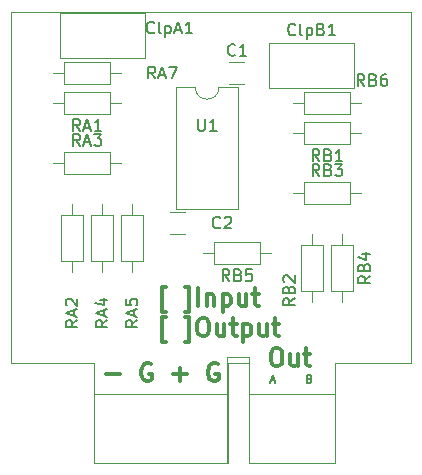
<source format=gbr>
%TF.GenerationSoftware,KiCad,Pcbnew,5.0.2-bee76a0~70~ubuntu16.04.1*%
%TF.CreationDate,2019-06-19T10:20:04+02:00*%
%TF.ProjectId,mixerin_output,6d697865-7269-46e5-9f6f-75747075742e,rev?*%
%TF.SameCoordinates,Original*%
%TF.FileFunction,Legend,Top*%
%TF.FilePolarity,Positive*%
%FSLAX46Y46*%
G04 Gerber Fmt 4.6, Leading zero omitted, Abs format (unit mm)*
G04 Created by KiCad (PCBNEW 5.0.2-bee76a0~70~ubuntu16.04.1) date Mi 19 Jun 2019 10:20:04 CEST*
%MOMM*%
%LPD*%
G01*
G04 APERTURE LIST*
%ADD10C,0.100000*%
%ADD11C,0.300000*%
%ADD12C,0.162500*%
%ADD13C,0.120000*%
%ADD14C,0.150000*%
G04 APERTURE END LIST*
D10*
X108915200Y-69850000D02*
X116230400Y-69850000D01*
X108915200Y-61350000D02*
X108915200Y-69850000D01*
X107137200Y-61350000D02*
X108915200Y-61350000D01*
X107137200Y-69850000D02*
X107137200Y-61350000D01*
X122682000Y-31623000D02*
X122682000Y-61350000D01*
X88773000Y-31623000D02*
X122682000Y-31623000D01*
X88773000Y-61350000D02*
X88773000Y-31623000D01*
X95808800Y-61350000D02*
X88773000Y-61350000D01*
X95808800Y-69850000D02*
X95808800Y-61350000D01*
X107111800Y-69850000D02*
X95808800Y-69850000D01*
X116230400Y-61350000D02*
X116230400Y-69850000D01*
X122682000Y-61350000D02*
X116230400Y-61350000D01*
D11*
X111145000Y-60138571D02*
X111430714Y-60138571D01*
X111573571Y-60210000D01*
X111716428Y-60352857D01*
X111787857Y-60638571D01*
X111787857Y-61138571D01*
X111716428Y-61424285D01*
X111573571Y-61567142D01*
X111430714Y-61638571D01*
X111145000Y-61638571D01*
X111002142Y-61567142D01*
X110859285Y-61424285D01*
X110787857Y-61138571D01*
X110787857Y-60638571D01*
X110859285Y-60352857D01*
X111002142Y-60210000D01*
X111145000Y-60138571D01*
X113073571Y-60638571D02*
X113073571Y-61638571D01*
X112430714Y-60638571D02*
X112430714Y-61424285D01*
X112502142Y-61567142D01*
X112645000Y-61638571D01*
X112859285Y-61638571D01*
X113002142Y-61567142D01*
X113073571Y-61495714D01*
X113573571Y-60638571D02*
X114145000Y-60638571D01*
X113787857Y-60138571D02*
X113787857Y-61424285D01*
X113859285Y-61567142D01*
X114002142Y-61638571D01*
X114145000Y-61638571D01*
D12*
X110804142Y-62846333D02*
X111113666Y-62846333D01*
X110742238Y-63032047D02*
X110958904Y-62382047D01*
X111175571Y-63032047D01*
X114085095Y-62691571D02*
X114177952Y-62722523D01*
X114208904Y-62753476D01*
X114239857Y-62815380D01*
X114239857Y-62908238D01*
X114208904Y-62970142D01*
X114177952Y-63001095D01*
X114116047Y-63032047D01*
X113868428Y-63032047D01*
X113868428Y-62382047D01*
X114085095Y-62382047D01*
X114147000Y-62413000D01*
X114177952Y-62443952D01*
X114208904Y-62505857D01*
X114208904Y-62567761D01*
X114177952Y-62629666D01*
X114147000Y-62660619D01*
X114085095Y-62691571D01*
X113868428Y-62691571D01*
D11*
X96885714Y-62337142D02*
X98028571Y-62337142D01*
X100671428Y-61480000D02*
X100528571Y-61408571D01*
X100314285Y-61408571D01*
X100100000Y-61480000D01*
X99957142Y-61622857D01*
X99885714Y-61765714D01*
X99814285Y-62051428D01*
X99814285Y-62265714D01*
X99885714Y-62551428D01*
X99957142Y-62694285D01*
X100100000Y-62837142D01*
X100314285Y-62908571D01*
X100457142Y-62908571D01*
X100671428Y-62837142D01*
X100742857Y-62765714D01*
X100742857Y-62265714D01*
X100457142Y-62265714D01*
X102528571Y-62337142D02*
X103671428Y-62337142D01*
X103100000Y-62908571D02*
X103100000Y-61765714D01*
X106314285Y-61480000D02*
X106171428Y-61408571D01*
X105957142Y-61408571D01*
X105742857Y-61480000D01*
X105600000Y-61622857D01*
X105528571Y-61765714D01*
X105457142Y-62051428D01*
X105457142Y-62265714D01*
X105528571Y-62551428D01*
X105600000Y-62694285D01*
X105742857Y-62837142D01*
X105957142Y-62908571D01*
X106100000Y-62908571D01*
X106314285Y-62837142D01*
X106385714Y-62765714D01*
X106385714Y-62265714D01*
X106100000Y-62265714D01*
X101945714Y-57053571D02*
X101588571Y-57053571D01*
X101588571Y-54910714D01*
X101945714Y-54910714D01*
X103517142Y-57053571D02*
X103874285Y-57053571D01*
X103874285Y-54910714D01*
X103517142Y-54910714D01*
X104660000Y-56553571D02*
X104660000Y-55053571D01*
X105374285Y-55553571D02*
X105374285Y-56553571D01*
X105374285Y-55696428D02*
X105445714Y-55625000D01*
X105588571Y-55553571D01*
X105802857Y-55553571D01*
X105945714Y-55625000D01*
X106017142Y-55767857D01*
X106017142Y-56553571D01*
X106731428Y-55553571D02*
X106731428Y-57053571D01*
X106731428Y-55625000D02*
X106874285Y-55553571D01*
X107160000Y-55553571D01*
X107302857Y-55625000D01*
X107374285Y-55696428D01*
X107445714Y-55839285D01*
X107445714Y-56267857D01*
X107374285Y-56410714D01*
X107302857Y-56482142D01*
X107160000Y-56553571D01*
X106874285Y-56553571D01*
X106731428Y-56482142D01*
X108731428Y-55553571D02*
X108731428Y-56553571D01*
X108088571Y-55553571D02*
X108088571Y-56339285D01*
X108160000Y-56482142D01*
X108302857Y-56553571D01*
X108517142Y-56553571D01*
X108660000Y-56482142D01*
X108731428Y-56410714D01*
X109231428Y-55553571D02*
X109802857Y-55553571D01*
X109445714Y-55053571D02*
X109445714Y-56339285D01*
X109517142Y-56482142D01*
X109660000Y-56553571D01*
X109802857Y-56553571D01*
X101945714Y-59603571D02*
X101588571Y-59603571D01*
X101588571Y-57460714D01*
X101945714Y-57460714D01*
X103517142Y-59603571D02*
X103874285Y-59603571D01*
X103874285Y-57460714D01*
X103517142Y-57460714D01*
X104945714Y-57603571D02*
X105231428Y-57603571D01*
X105374285Y-57675000D01*
X105517142Y-57817857D01*
X105588571Y-58103571D01*
X105588571Y-58603571D01*
X105517142Y-58889285D01*
X105374285Y-59032142D01*
X105231428Y-59103571D01*
X104945714Y-59103571D01*
X104802857Y-59032142D01*
X104660000Y-58889285D01*
X104588571Y-58603571D01*
X104588571Y-58103571D01*
X104660000Y-57817857D01*
X104802857Y-57675000D01*
X104945714Y-57603571D01*
X106874285Y-58103571D02*
X106874285Y-59103571D01*
X106231428Y-58103571D02*
X106231428Y-58889285D01*
X106302857Y-59032142D01*
X106445714Y-59103571D01*
X106660000Y-59103571D01*
X106802857Y-59032142D01*
X106874285Y-58960714D01*
X107374285Y-58103571D02*
X107945714Y-58103571D01*
X107588571Y-57603571D02*
X107588571Y-58889285D01*
X107660000Y-59032142D01*
X107802857Y-59103571D01*
X107945714Y-59103571D01*
X108445714Y-58103571D02*
X108445714Y-59603571D01*
X108445714Y-58175000D02*
X108588571Y-58103571D01*
X108874285Y-58103571D01*
X109017142Y-58175000D01*
X109088571Y-58246428D01*
X109160000Y-58389285D01*
X109160000Y-58817857D01*
X109088571Y-58960714D01*
X109017142Y-59032142D01*
X108874285Y-59103571D01*
X108588571Y-59103571D01*
X108445714Y-59032142D01*
X110445714Y-58103571D02*
X110445714Y-59103571D01*
X109802857Y-58103571D02*
X109802857Y-58889285D01*
X109874285Y-59032142D01*
X110017142Y-59103571D01*
X110231428Y-59103571D01*
X110374285Y-59032142D01*
X110445714Y-58960714D01*
X110945714Y-58103571D02*
X111517142Y-58103571D01*
X111160000Y-57603571D02*
X111160000Y-58889285D01*
X111231428Y-59032142D01*
X111374285Y-59103571D01*
X111517142Y-59103571D01*
D13*
X106410000Y-38040000D02*
G75*
G02X104410000Y-38040000I-1000000J0D01*
G01*
X104410000Y-38040000D02*
X102760000Y-38040000D01*
X102760000Y-38040000D02*
X102760000Y-48320000D01*
X102760000Y-48320000D02*
X108060000Y-48320000D01*
X108060000Y-48320000D02*
X108060000Y-38040000D01*
X108060000Y-38040000D02*
X106410000Y-38040000D01*
X116220000Y-64040000D02*
X116220000Y-69840000D01*
X108920000Y-64040000D02*
X108920000Y-69840000D01*
X108920000Y-69840000D02*
X116220000Y-69840000D01*
X116220000Y-64040000D02*
X108920000Y-64040000D01*
X95820000Y-69840000D02*
X95820000Y-64040000D01*
X107120000Y-69840000D02*
X95820000Y-69840000D01*
X107120000Y-64040000D02*
X107120000Y-69840000D01*
X95820000Y-64040000D02*
X107120000Y-64040000D01*
X108920000Y-60840000D02*
X108920000Y-64040000D01*
X107120000Y-60840000D02*
X108920000Y-60840000D01*
X107120000Y-64040000D02*
X107120000Y-60840000D01*
X95600000Y-52720000D02*
X97440000Y-52720000D01*
X97440000Y-52720000D02*
X97440000Y-48880000D01*
X97440000Y-48880000D02*
X95600000Y-48880000D01*
X95600000Y-48880000D02*
X95600000Y-52720000D01*
X96520000Y-53670000D02*
X96520000Y-52720000D01*
X96520000Y-47930000D02*
X96520000Y-48880000D01*
X98120000Y-44450000D02*
X97170000Y-44450000D01*
X92380000Y-44450000D02*
X93330000Y-44450000D01*
X97170000Y-43530000D02*
X93330000Y-43530000D01*
X97170000Y-45370000D02*
X97170000Y-43530000D01*
X93330000Y-45370000D02*
X97170000Y-45370000D01*
X93330000Y-43530000D02*
X93330000Y-45370000D01*
X93980000Y-53670000D02*
X93980000Y-52720000D01*
X93980000Y-47930000D02*
X93980000Y-48880000D01*
X94900000Y-52720000D02*
X94900000Y-48880000D01*
X93060000Y-52720000D02*
X94900000Y-52720000D01*
X93060000Y-48880000D02*
X93060000Y-52720000D01*
X94900000Y-48880000D02*
X93060000Y-48880000D01*
X99980000Y-48880000D02*
X98140000Y-48880000D01*
X98140000Y-48880000D02*
X98140000Y-52720000D01*
X98140000Y-52720000D02*
X99980000Y-52720000D01*
X99980000Y-52720000D02*
X99980000Y-48880000D01*
X99060000Y-47930000D02*
X99060000Y-48880000D01*
X99060000Y-53670000D02*
X99060000Y-52720000D01*
X117490000Y-42830000D02*
X117490000Y-40990000D01*
X117490000Y-40990000D02*
X113650000Y-40990000D01*
X113650000Y-40990000D02*
X113650000Y-42830000D01*
X113650000Y-42830000D02*
X117490000Y-42830000D01*
X118440000Y-41910000D02*
X117490000Y-41910000D01*
X112700000Y-41910000D02*
X113650000Y-41910000D01*
X113380000Y-55260000D02*
X115220000Y-55260000D01*
X115220000Y-55260000D02*
X115220000Y-51420000D01*
X115220000Y-51420000D02*
X113380000Y-51420000D01*
X113380000Y-51420000D02*
X113380000Y-55260000D01*
X114300000Y-56210000D02*
X114300000Y-55260000D01*
X114300000Y-50470000D02*
X114300000Y-51420000D01*
X112700000Y-46990000D02*
X113650000Y-46990000D01*
X118440000Y-46990000D02*
X117490000Y-46990000D01*
X113650000Y-47910000D02*
X117490000Y-47910000D01*
X113650000Y-46070000D02*
X113650000Y-47910000D01*
X117490000Y-46070000D02*
X113650000Y-46070000D01*
X117490000Y-47910000D02*
X117490000Y-46070000D01*
X116840000Y-56210000D02*
X116840000Y-55260000D01*
X116840000Y-50470000D02*
X116840000Y-51420000D01*
X117760000Y-55260000D02*
X117760000Y-51420000D01*
X115920000Y-55260000D02*
X117760000Y-55260000D01*
X115920000Y-51420000D02*
X115920000Y-55260000D01*
X117760000Y-51420000D02*
X115920000Y-51420000D01*
X109870000Y-52990000D02*
X109870000Y-51150000D01*
X109870000Y-51150000D02*
X106030000Y-51150000D01*
X106030000Y-51150000D02*
X106030000Y-52990000D01*
X106030000Y-52990000D02*
X109870000Y-52990000D01*
X110820000Y-52070000D02*
X109870000Y-52070000D01*
X105080000Y-52070000D02*
X106030000Y-52070000D01*
X93330000Y-38450000D02*
X93330000Y-40290000D01*
X93330000Y-40290000D02*
X97170000Y-40290000D01*
X97170000Y-40290000D02*
X97170000Y-38450000D01*
X97170000Y-38450000D02*
X93330000Y-38450000D01*
X92380000Y-39370000D02*
X93330000Y-39370000D01*
X98120000Y-39370000D02*
X97170000Y-39370000D01*
X108559000Y-37750000D02*
X107301000Y-37750000D01*
X108559000Y-35910000D02*
X107301000Y-35910000D01*
X103519000Y-48610000D02*
X102261000Y-48610000D01*
X103519000Y-50450000D02*
X102261000Y-50450000D01*
X100180000Y-35525000D02*
X92940000Y-35525000D01*
X100180000Y-31785000D02*
X92940000Y-31785000D01*
X100180000Y-35525000D02*
X100180000Y-31785000D01*
X92940000Y-35525000D02*
X92940000Y-31785000D01*
X117880000Y-34325000D02*
X117880000Y-38065000D01*
X110640000Y-34325000D02*
X110640000Y-38065000D01*
X110640000Y-38065000D02*
X117880000Y-38065000D01*
X110640000Y-34325000D02*
X117880000Y-34325000D01*
X92380000Y-36830000D02*
X93330000Y-36830000D01*
X98120000Y-36830000D02*
X97170000Y-36830000D01*
X93330000Y-37750000D02*
X97170000Y-37750000D01*
X93330000Y-35910000D02*
X93330000Y-37750000D01*
X97170000Y-35910000D02*
X93330000Y-35910000D01*
X97170000Y-37750000D02*
X97170000Y-35910000D01*
X113650000Y-38450000D02*
X113650000Y-40290000D01*
X113650000Y-40290000D02*
X117490000Y-40290000D01*
X117490000Y-40290000D02*
X117490000Y-38450000D01*
X117490000Y-38450000D02*
X113650000Y-38450000D01*
X112700000Y-39370000D02*
X113650000Y-39370000D01*
X118440000Y-39370000D02*
X117490000Y-39370000D01*
D14*
X104648095Y-40727380D02*
X104648095Y-41536904D01*
X104695714Y-41632142D01*
X104743333Y-41679761D01*
X104838571Y-41727380D01*
X105029047Y-41727380D01*
X105124285Y-41679761D01*
X105171904Y-41632142D01*
X105219523Y-41536904D01*
X105219523Y-40727380D01*
X106219523Y-41727380D02*
X105648095Y-41727380D01*
X105933809Y-41727380D02*
X105933809Y-40727380D01*
X105838571Y-40870238D01*
X105743333Y-40965476D01*
X105648095Y-41013095D01*
X94432380Y-57745238D02*
X93956190Y-58078571D01*
X94432380Y-58316666D02*
X93432380Y-58316666D01*
X93432380Y-57935714D01*
X93480000Y-57840476D01*
X93527619Y-57792857D01*
X93622857Y-57745238D01*
X93765714Y-57745238D01*
X93860952Y-57792857D01*
X93908571Y-57840476D01*
X93956190Y-57935714D01*
X93956190Y-58316666D01*
X94146666Y-57364285D02*
X94146666Y-56888095D01*
X94432380Y-57459523D02*
X93432380Y-57126190D01*
X94432380Y-56792857D01*
X93527619Y-56507142D02*
X93480000Y-56459523D01*
X93432380Y-56364285D01*
X93432380Y-56126190D01*
X93480000Y-56030952D01*
X93527619Y-55983333D01*
X93622857Y-55935714D01*
X93718095Y-55935714D01*
X93860952Y-55983333D01*
X94432380Y-56554761D01*
X94432380Y-55935714D01*
X94654761Y-42982380D02*
X94321428Y-42506190D01*
X94083333Y-42982380D02*
X94083333Y-41982380D01*
X94464285Y-41982380D01*
X94559523Y-42030000D01*
X94607142Y-42077619D01*
X94654761Y-42172857D01*
X94654761Y-42315714D01*
X94607142Y-42410952D01*
X94559523Y-42458571D01*
X94464285Y-42506190D01*
X94083333Y-42506190D01*
X95035714Y-42696666D02*
X95511904Y-42696666D01*
X94940476Y-42982380D02*
X95273809Y-41982380D01*
X95607142Y-42982380D01*
X95845238Y-41982380D02*
X96464285Y-41982380D01*
X96130952Y-42363333D01*
X96273809Y-42363333D01*
X96369047Y-42410952D01*
X96416666Y-42458571D01*
X96464285Y-42553809D01*
X96464285Y-42791904D01*
X96416666Y-42887142D01*
X96369047Y-42934761D01*
X96273809Y-42982380D01*
X95988095Y-42982380D01*
X95892857Y-42934761D01*
X95845238Y-42887142D01*
X96972380Y-57745238D02*
X96496190Y-58078571D01*
X96972380Y-58316666D02*
X95972380Y-58316666D01*
X95972380Y-57935714D01*
X96020000Y-57840476D01*
X96067619Y-57792857D01*
X96162857Y-57745238D01*
X96305714Y-57745238D01*
X96400952Y-57792857D01*
X96448571Y-57840476D01*
X96496190Y-57935714D01*
X96496190Y-58316666D01*
X96686666Y-57364285D02*
X96686666Y-56888095D01*
X96972380Y-57459523D02*
X95972380Y-57126190D01*
X96972380Y-56792857D01*
X96305714Y-56030952D02*
X96972380Y-56030952D01*
X95924761Y-56269047D02*
X96639047Y-56507142D01*
X96639047Y-55888095D01*
X99512380Y-57745238D02*
X99036190Y-58078571D01*
X99512380Y-58316666D02*
X98512380Y-58316666D01*
X98512380Y-57935714D01*
X98560000Y-57840476D01*
X98607619Y-57792857D01*
X98702857Y-57745238D01*
X98845714Y-57745238D01*
X98940952Y-57792857D01*
X98988571Y-57840476D01*
X99036190Y-57935714D01*
X99036190Y-58316666D01*
X99226666Y-57364285D02*
X99226666Y-56888095D01*
X99512380Y-57459523D02*
X98512380Y-57126190D01*
X99512380Y-56792857D01*
X98512380Y-55983333D02*
X98512380Y-56459523D01*
X98988571Y-56507142D01*
X98940952Y-56459523D01*
X98893333Y-56364285D01*
X98893333Y-56126190D01*
X98940952Y-56030952D01*
X98988571Y-55983333D01*
X99083809Y-55935714D01*
X99321904Y-55935714D01*
X99417142Y-55983333D01*
X99464761Y-56030952D01*
X99512380Y-56126190D01*
X99512380Y-56364285D01*
X99464761Y-56459523D01*
X99417142Y-56507142D01*
X114903333Y-44282380D02*
X114570000Y-43806190D01*
X114331904Y-44282380D02*
X114331904Y-43282380D01*
X114712857Y-43282380D01*
X114808095Y-43330000D01*
X114855714Y-43377619D01*
X114903333Y-43472857D01*
X114903333Y-43615714D01*
X114855714Y-43710952D01*
X114808095Y-43758571D01*
X114712857Y-43806190D01*
X114331904Y-43806190D01*
X115665238Y-43758571D02*
X115808095Y-43806190D01*
X115855714Y-43853809D01*
X115903333Y-43949047D01*
X115903333Y-44091904D01*
X115855714Y-44187142D01*
X115808095Y-44234761D01*
X115712857Y-44282380D01*
X115331904Y-44282380D01*
X115331904Y-43282380D01*
X115665238Y-43282380D01*
X115760476Y-43330000D01*
X115808095Y-43377619D01*
X115855714Y-43472857D01*
X115855714Y-43568095D01*
X115808095Y-43663333D01*
X115760476Y-43710952D01*
X115665238Y-43758571D01*
X115331904Y-43758571D01*
X116855714Y-44282380D02*
X116284285Y-44282380D01*
X116570000Y-44282380D02*
X116570000Y-43282380D01*
X116474761Y-43425238D01*
X116379523Y-43520476D01*
X116284285Y-43568095D01*
X112847380Y-55911666D02*
X112371190Y-56245000D01*
X112847380Y-56483095D02*
X111847380Y-56483095D01*
X111847380Y-56102142D01*
X111895000Y-56006904D01*
X111942619Y-55959285D01*
X112037857Y-55911666D01*
X112180714Y-55911666D01*
X112275952Y-55959285D01*
X112323571Y-56006904D01*
X112371190Y-56102142D01*
X112371190Y-56483095D01*
X112323571Y-55149761D02*
X112371190Y-55006904D01*
X112418809Y-54959285D01*
X112514047Y-54911666D01*
X112656904Y-54911666D01*
X112752142Y-54959285D01*
X112799761Y-55006904D01*
X112847380Y-55102142D01*
X112847380Y-55483095D01*
X111847380Y-55483095D01*
X111847380Y-55149761D01*
X111895000Y-55054523D01*
X111942619Y-55006904D01*
X112037857Y-54959285D01*
X112133095Y-54959285D01*
X112228333Y-55006904D01*
X112275952Y-55054523D01*
X112323571Y-55149761D01*
X112323571Y-55483095D01*
X111942619Y-54530714D02*
X111895000Y-54483095D01*
X111847380Y-54387857D01*
X111847380Y-54149761D01*
X111895000Y-54054523D01*
X111942619Y-54006904D01*
X112037857Y-53959285D01*
X112133095Y-53959285D01*
X112275952Y-54006904D01*
X112847380Y-54578333D01*
X112847380Y-53959285D01*
X114903333Y-45537380D02*
X114570000Y-45061190D01*
X114331904Y-45537380D02*
X114331904Y-44537380D01*
X114712857Y-44537380D01*
X114808095Y-44585000D01*
X114855714Y-44632619D01*
X114903333Y-44727857D01*
X114903333Y-44870714D01*
X114855714Y-44965952D01*
X114808095Y-45013571D01*
X114712857Y-45061190D01*
X114331904Y-45061190D01*
X115665238Y-45013571D02*
X115808095Y-45061190D01*
X115855714Y-45108809D01*
X115903333Y-45204047D01*
X115903333Y-45346904D01*
X115855714Y-45442142D01*
X115808095Y-45489761D01*
X115712857Y-45537380D01*
X115331904Y-45537380D01*
X115331904Y-44537380D01*
X115665238Y-44537380D01*
X115760476Y-44585000D01*
X115808095Y-44632619D01*
X115855714Y-44727857D01*
X115855714Y-44823095D01*
X115808095Y-44918333D01*
X115760476Y-44965952D01*
X115665238Y-45013571D01*
X115331904Y-45013571D01*
X116236666Y-44537380D02*
X116855714Y-44537380D01*
X116522380Y-44918333D01*
X116665238Y-44918333D01*
X116760476Y-44965952D01*
X116808095Y-45013571D01*
X116855714Y-45108809D01*
X116855714Y-45346904D01*
X116808095Y-45442142D01*
X116760476Y-45489761D01*
X116665238Y-45537380D01*
X116379523Y-45537380D01*
X116284285Y-45489761D01*
X116236666Y-45442142D01*
X119212380Y-54006666D02*
X118736190Y-54340000D01*
X119212380Y-54578095D02*
X118212380Y-54578095D01*
X118212380Y-54197142D01*
X118260000Y-54101904D01*
X118307619Y-54054285D01*
X118402857Y-54006666D01*
X118545714Y-54006666D01*
X118640952Y-54054285D01*
X118688571Y-54101904D01*
X118736190Y-54197142D01*
X118736190Y-54578095D01*
X118688571Y-53244761D02*
X118736190Y-53101904D01*
X118783809Y-53054285D01*
X118879047Y-53006666D01*
X119021904Y-53006666D01*
X119117142Y-53054285D01*
X119164761Y-53101904D01*
X119212380Y-53197142D01*
X119212380Y-53578095D01*
X118212380Y-53578095D01*
X118212380Y-53244761D01*
X118260000Y-53149523D01*
X118307619Y-53101904D01*
X118402857Y-53054285D01*
X118498095Y-53054285D01*
X118593333Y-53101904D01*
X118640952Y-53149523D01*
X118688571Y-53244761D01*
X118688571Y-53578095D01*
X118545714Y-52149523D02*
X119212380Y-52149523D01*
X118164761Y-52387619D02*
X118879047Y-52625714D01*
X118879047Y-52006666D01*
X107283333Y-54442380D02*
X106950000Y-53966190D01*
X106711904Y-54442380D02*
X106711904Y-53442380D01*
X107092857Y-53442380D01*
X107188095Y-53490000D01*
X107235714Y-53537619D01*
X107283333Y-53632857D01*
X107283333Y-53775714D01*
X107235714Y-53870952D01*
X107188095Y-53918571D01*
X107092857Y-53966190D01*
X106711904Y-53966190D01*
X108045238Y-53918571D02*
X108188095Y-53966190D01*
X108235714Y-54013809D01*
X108283333Y-54109047D01*
X108283333Y-54251904D01*
X108235714Y-54347142D01*
X108188095Y-54394761D01*
X108092857Y-54442380D01*
X107711904Y-54442380D01*
X107711904Y-53442380D01*
X108045238Y-53442380D01*
X108140476Y-53490000D01*
X108188095Y-53537619D01*
X108235714Y-53632857D01*
X108235714Y-53728095D01*
X108188095Y-53823333D01*
X108140476Y-53870952D01*
X108045238Y-53918571D01*
X107711904Y-53918571D01*
X109188095Y-53442380D02*
X108711904Y-53442380D01*
X108664285Y-53918571D01*
X108711904Y-53870952D01*
X108807142Y-53823333D01*
X109045238Y-53823333D01*
X109140476Y-53870952D01*
X109188095Y-53918571D01*
X109235714Y-54013809D01*
X109235714Y-54251904D01*
X109188095Y-54347142D01*
X109140476Y-54394761D01*
X109045238Y-54442380D01*
X108807142Y-54442380D01*
X108711904Y-54394761D01*
X108664285Y-54347142D01*
X94654761Y-41727380D02*
X94321428Y-41251190D01*
X94083333Y-41727380D02*
X94083333Y-40727380D01*
X94464285Y-40727380D01*
X94559523Y-40775000D01*
X94607142Y-40822619D01*
X94654761Y-40917857D01*
X94654761Y-41060714D01*
X94607142Y-41155952D01*
X94559523Y-41203571D01*
X94464285Y-41251190D01*
X94083333Y-41251190D01*
X95035714Y-41441666D02*
X95511904Y-41441666D01*
X94940476Y-41727380D02*
X95273809Y-40727380D01*
X95607142Y-41727380D01*
X96464285Y-41727380D02*
X95892857Y-41727380D01*
X96178571Y-41727380D02*
X96178571Y-40727380D01*
X96083333Y-40870238D01*
X95988095Y-40965476D01*
X95892857Y-41013095D01*
X107783333Y-35282142D02*
X107735714Y-35329761D01*
X107592857Y-35377380D01*
X107497619Y-35377380D01*
X107354761Y-35329761D01*
X107259523Y-35234523D01*
X107211904Y-35139285D01*
X107164285Y-34948809D01*
X107164285Y-34805952D01*
X107211904Y-34615476D01*
X107259523Y-34520238D01*
X107354761Y-34425000D01*
X107497619Y-34377380D01*
X107592857Y-34377380D01*
X107735714Y-34425000D01*
X107783333Y-34472619D01*
X108735714Y-35377380D02*
X108164285Y-35377380D01*
X108450000Y-35377380D02*
X108450000Y-34377380D01*
X108354761Y-34520238D01*
X108259523Y-34615476D01*
X108164285Y-34663095D01*
X106513333Y-49887142D02*
X106465714Y-49934761D01*
X106322857Y-49982380D01*
X106227619Y-49982380D01*
X106084761Y-49934761D01*
X105989523Y-49839523D01*
X105941904Y-49744285D01*
X105894285Y-49553809D01*
X105894285Y-49410952D01*
X105941904Y-49220476D01*
X105989523Y-49125238D01*
X106084761Y-49030000D01*
X106227619Y-48982380D01*
X106322857Y-48982380D01*
X106465714Y-49030000D01*
X106513333Y-49077619D01*
X106894285Y-49077619D02*
X106941904Y-49030000D01*
X107037142Y-48982380D01*
X107275238Y-48982380D01*
X107370476Y-49030000D01*
X107418095Y-49077619D01*
X107465714Y-49172857D01*
X107465714Y-49268095D01*
X107418095Y-49410952D01*
X106846666Y-49982380D01*
X107465714Y-49982380D01*
X100925476Y-33377142D02*
X100877857Y-33424761D01*
X100735000Y-33472380D01*
X100639761Y-33472380D01*
X100496904Y-33424761D01*
X100401666Y-33329523D01*
X100354047Y-33234285D01*
X100306428Y-33043809D01*
X100306428Y-32900952D01*
X100354047Y-32710476D01*
X100401666Y-32615238D01*
X100496904Y-32520000D01*
X100639761Y-32472380D01*
X100735000Y-32472380D01*
X100877857Y-32520000D01*
X100925476Y-32567619D01*
X101496904Y-33472380D02*
X101401666Y-33424761D01*
X101354047Y-33329523D01*
X101354047Y-32472380D01*
X101877857Y-32805714D02*
X101877857Y-33805714D01*
X101877857Y-32853333D02*
X101973095Y-32805714D01*
X102163571Y-32805714D01*
X102258809Y-32853333D01*
X102306428Y-32900952D01*
X102354047Y-32996190D01*
X102354047Y-33281904D01*
X102306428Y-33377142D01*
X102258809Y-33424761D01*
X102163571Y-33472380D01*
X101973095Y-33472380D01*
X101877857Y-33424761D01*
X102735000Y-33186666D02*
X103211190Y-33186666D01*
X102639761Y-33472380D02*
X102973095Y-32472380D01*
X103306428Y-33472380D01*
X104163571Y-33472380D02*
X103592142Y-33472380D01*
X103877857Y-33472380D02*
X103877857Y-32472380D01*
X103782619Y-32615238D01*
X103687380Y-32710476D01*
X103592142Y-32758095D01*
X112879047Y-33552142D02*
X112831428Y-33599761D01*
X112688571Y-33647380D01*
X112593333Y-33647380D01*
X112450476Y-33599761D01*
X112355238Y-33504523D01*
X112307619Y-33409285D01*
X112260000Y-33218809D01*
X112260000Y-33075952D01*
X112307619Y-32885476D01*
X112355238Y-32790238D01*
X112450476Y-32695000D01*
X112593333Y-32647380D01*
X112688571Y-32647380D01*
X112831428Y-32695000D01*
X112879047Y-32742619D01*
X113450476Y-33647380D02*
X113355238Y-33599761D01*
X113307619Y-33504523D01*
X113307619Y-32647380D01*
X113831428Y-32980714D02*
X113831428Y-33980714D01*
X113831428Y-33028333D02*
X113926666Y-32980714D01*
X114117142Y-32980714D01*
X114212380Y-33028333D01*
X114260000Y-33075952D01*
X114307619Y-33171190D01*
X114307619Y-33456904D01*
X114260000Y-33552142D01*
X114212380Y-33599761D01*
X114117142Y-33647380D01*
X113926666Y-33647380D01*
X113831428Y-33599761D01*
X115069523Y-33123571D02*
X115212380Y-33171190D01*
X115260000Y-33218809D01*
X115307619Y-33314047D01*
X115307619Y-33456904D01*
X115260000Y-33552142D01*
X115212380Y-33599761D01*
X115117142Y-33647380D01*
X114736190Y-33647380D01*
X114736190Y-32647380D01*
X115069523Y-32647380D01*
X115164761Y-32695000D01*
X115212380Y-32742619D01*
X115260000Y-32837857D01*
X115260000Y-32933095D01*
X115212380Y-33028333D01*
X115164761Y-33075952D01*
X115069523Y-33123571D01*
X114736190Y-33123571D01*
X116260000Y-33647380D02*
X115688571Y-33647380D01*
X115974285Y-33647380D02*
X115974285Y-32647380D01*
X115879047Y-32790238D01*
X115783809Y-32885476D01*
X115688571Y-32933095D01*
X101004761Y-37282380D02*
X100671428Y-36806190D01*
X100433333Y-37282380D02*
X100433333Y-36282380D01*
X100814285Y-36282380D01*
X100909523Y-36330000D01*
X100957142Y-36377619D01*
X101004761Y-36472857D01*
X101004761Y-36615714D01*
X100957142Y-36710952D01*
X100909523Y-36758571D01*
X100814285Y-36806190D01*
X100433333Y-36806190D01*
X101385714Y-36996666D02*
X101861904Y-36996666D01*
X101290476Y-37282380D02*
X101623809Y-36282380D01*
X101957142Y-37282380D01*
X102195238Y-36282380D02*
X102861904Y-36282380D01*
X102433333Y-37282380D01*
X118713333Y-37917380D02*
X118380000Y-37441190D01*
X118141904Y-37917380D02*
X118141904Y-36917380D01*
X118522857Y-36917380D01*
X118618095Y-36965000D01*
X118665714Y-37012619D01*
X118713333Y-37107857D01*
X118713333Y-37250714D01*
X118665714Y-37345952D01*
X118618095Y-37393571D01*
X118522857Y-37441190D01*
X118141904Y-37441190D01*
X119475238Y-37393571D02*
X119618095Y-37441190D01*
X119665714Y-37488809D01*
X119713333Y-37584047D01*
X119713333Y-37726904D01*
X119665714Y-37822142D01*
X119618095Y-37869761D01*
X119522857Y-37917380D01*
X119141904Y-37917380D01*
X119141904Y-36917380D01*
X119475238Y-36917380D01*
X119570476Y-36965000D01*
X119618095Y-37012619D01*
X119665714Y-37107857D01*
X119665714Y-37203095D01*
X119618095Y-37298333D01*
X119570476Y-37345952D01*
X119475238Y-37393571D01*
X119141904Y-37393571D01*
X120570476Y-36917380D02*
X120380000Y-36917380D01*
X120284761Y-36965000D01*
X120237142Y-37012619D01*
X120141904Y-37155476D01*
X120094285Y-37345952D01*
X120094285Y-37726904D01*
X120141904Y-37822142D01*
X120189523Y-37869761D01*
X120284761Y-37917380D01*
X120475238Y-37917380D01*
X120570476Y-37869761D01*
X120618095Y-37822142D01*
X120665714Y-37726904D01*
X120665714Y-37488809D01*
X120618095Y-37393571D01*
X120570476Y-37345952D01*
X120475238Y-37298333D01*
X120284761Y-37298333D01*
X120189523Y-37345952D01*
X120141904Y-37393571D01*
X120094285Y-37488809D01*
M02*

</source>
